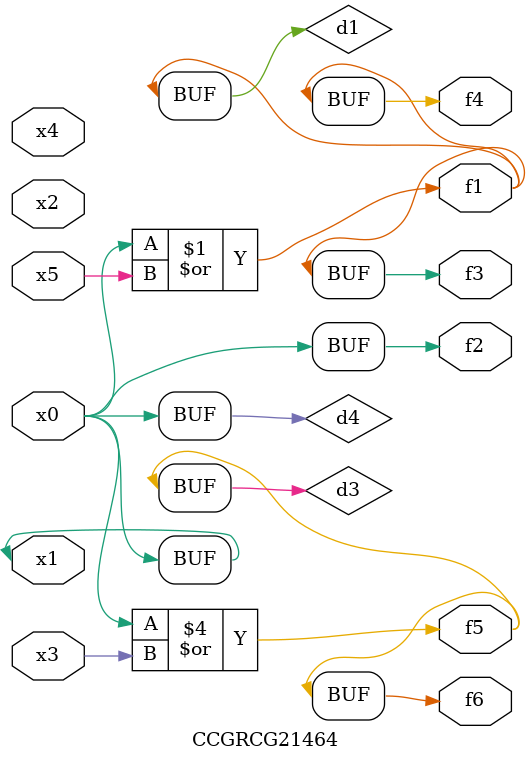
<source format=v>
module CCGRCG21464(
	input x0, x1, x2, x3, x4, x5,
	output f1, f2, f3, f4, f5, f6
);

	wire d1, d2, d3, d4;

	or (d1, x0, x5);
	xnor (d2, x1, x4);
	or (d3, x0, x3);
	buf (d4, x0, x1);
	assign f1 = d1;
	assign f2 = d4;
	assign f3 = d1;
	assign f4 = d1;
	assign f5 = d3;
	assign f6 = d3;
endmodule

</source>
